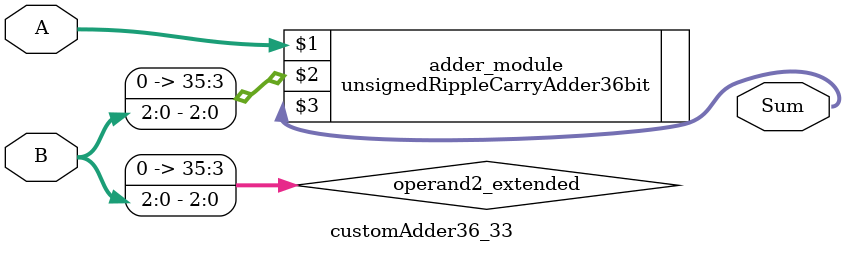
<source format=v>
module customAdder36_33(
                        input [35 : 0] A,
                        input [2 : 0] B,
                        
                        output [36 : 0] Sum
                );

        wire [35 : 0] operand2_extended;
        
        assign operand2_extended =  {33'b0, B};
        
        unsignedRippleCarryAdder36bit adder_module(
            A,
            operand2_extended,
            Sum
        );
        
        endmodule
        
</source>
